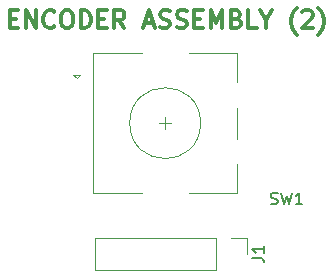
<source format=gbr>
G04 #@! TF.GenerationSoftware,KiCad,Pcbnew,(5.0.0-3-g5ebb6b6)*
G04 #@! TF.CreationDate,2019-05-02T12:54:19+02:00*
G04 #@! TF.ProjectId,Encoder assembly 2,456E636F64657220617373656D626C79,rev?*
G04 #@! TF.SameCoordinates,Original*
G04 #@! TF.FileFunction,Legend,Top*
G04 #@! TF.FilePolarity,Positive*
%FSLAX46Y46*%
G04 Gerber Fmt 4.6, Leading zero omitted, Abs format (unit mm)*
G04 Created by KiCad (PCBNEW (5.0.0-3-g5ebb6b6)) date Thursday, 02 May 2019 at 12:54:19*
%MOMM*%
%LPD*%
G01*
G04 APERTURE LIST*
%ADD10C,0.300000*%
%ADD11C,0.120000*%
%ADD12C,0.150000*%
G04 APERTURE END LIST*
D10*
X113614285Y-73792857D02*
X114114285Y-73792857D01*
X114328571Y-74578571D02*
X113614285Y-74578571D01*
X113614285Y-73078571D01*
X114328571Y-73078571D01*
X114971428Y-74578571D02*
X114971428Y-73078571D01*
X115828571Y-74578571D01*
X115828571Y-73078571D01*
X117400000Y-74435714D02*
X117328571Y-74507142D01*
X117114285Y-74578571D01*
X116971428Y-74578571D01*
X116757142Y-74507142D01*
X116614285Y-74364285D01*
X116542857Y-74221428D01*
X116471428Y-73935714D01*
X116471428Y-73721428D01*
X116542857Y-73435714D01*
X116614285Y-73292857D01*
X116757142Y-73150000D01*
X116971428Y-73078571D01*
X117114285Y-73078571D01*
X117328571Y-73150000D01*
X117400000Y-73221428D01*
X118328571Y-73078571D02*
X118614285Y-73078571D01*
X118757142Y-73150000D01*
X118900000Y-73292857D01*
X118971428Y-73578571D01*
X118971428Y-74078571D01*
X118900000Y-74364285D01*
X118757142Y-74507142D01*
X118614285Y-74578571D01*
X118328571Y-74578571D01*
X118185714Y-74507142D01*
X118042857Y-74364285D01*
X117971428Y-74078571D01*
X117971428Y-73578571D01*
X118042857Y-73292857D01*
X118185714Y-73150000D01*
X118328571Y-73078571D01*
X119614285Y-74578571D02*
X119614285Y-73078571D01*
X119971428Y-73078571D01*
X120185714Y-73150000D01*
X120328571Y-73292857D01*
X120400000Y-73435714D01*
X120471428Y-73721428D01*
X120471428Y-73935714D01*
X120400000Y-74221428D01*
X120328571Y-74364285D01*
X120185714Y-74507142D01*
X119971428Y-74578571D01*
X119614285Y-74578571D01*
X121114285Y-73792857D02*
X121614285Y-73792857D01*
X121828571Y-74578571D02*
X121114285Y-74578571D01*
X121114285Y-73078571D01*
X121828571Y-73078571D01*
X123328571Y-74578571D02*
X122828571Y-73864285D01*
X122471428Y-74578571D02*
X122471428Y-73078571D01*
X123042857Y-73078571D01*
X123185714Y-73150000D01*
X123257142Y-73221428D01*
X123328571Y-73364285D01*
X123328571Y-73578571D01*
X123257142Y-73721428D01*
X123185714Y-73792857D01*
X123042857Y-73864285D01*
X122471428Y-73864285D01*
X125042857Y-74150000D02*
X125757142Y-74150000D01*
X124900000Y-74578571D02*
X125400000Y-73078571D01*
X125900000Y-74578571D01*
X126328571Y-74507142D02*
X126542857Y-74578571D01*
X126900000Y-74578571D01*
X127042857Y-74507142D01*
X127114285Y-74435714D01*
X127185714Y-74292857D01*
X127185714Y-74150000D01*
X127114285Y-74007142D01*
X127042857Y-73935714D01*
X126900000Y-73864285D01*
X126614285Y-73792857D01*
X126471428Y-73721428D01*
X126400000Y-73650000D01*
X126328571Y-73507142D01*
X126328571Y-73364285D01*
X126400000Y-73221428D01*
X126471428Y-73150000D01*
X126614285Y-73078571D01*
X126971428Y-73078571D01*
X127185714Y-73150000D01*
X127757142Y-74507142D02*
X127971428Y-74578571D01*
X128328571Y-74578571D01*
X128471428Y-74507142D01*
X128542857Y-74435714D01*
X128614285Y-74292857D01*
X128614285Y-74150000D01*
X128542857Y-74007142D01*
X128471428Y-73935714D01*
X128328571Y-73864285D01*
X128042857Y-73792857D01*
X127900000Y-73721428D01*
X127828571Y-73650000D01*
X127757142Y-73507142D01*
X127757142Y-73364285D01*
X127828571Y-73221428D01*
X127900000Y-73150000D01*
X128042857Y-73078571D01*
X128400000Y-73078571D01*
X128614285Y-73150000D01*
X129257142Y-73792857D02*
X129757142Y-73792857D01*
X129971428Y-74578571D02*
X129257142Y-74578571D01*
X129257142Y-73078571D01*
X129971428Y-73078571D01*
X130614285Y-74578571D02*
X130614285Y-73078571D01*
X131114285Y-74150000D01*
X131614285Y-73078571D01*
X131614285Y-74578571D01*
X132828571Y-73792857D02*
X133042857Y-73864285D01*
X133114285Y-73935714D01*
X133185714Y-74078571D01*
X133185714Y-74292857D01*
X133114285Y-74435714D01*
X133042857Y-74507142D01*
X132900000Y-74578571D01*
X132328571Y-74578571D01*
X132328571Y-73078571D01*
X132828571Y-73078571D01*
X132971428Y-73150000D01*
X133042857Y-73221428D01*
X133114285Y-73364285D01*
X133114285Y-73507142D01*
X133042857Y-73650000D01*
X132971428Y-73721428D01*
X132828571Y-73792857D01*
X132328571Y-73792857D01*
X134542857Y-74578571D02*
X133828571Y-74578571D01*
X133828571Y-73078571D01*
X135328571Y-73864285D02*
X135328571Y-74578571D01*
X134828571Y-73078571D02*
X135328571Y-73864285D01*
X135828571Y-73078571D01*
X137900000Y-75150000D02*
X137828571Y-75078571D01*
X137685714Y-74864285D01*
X137614285Y-74721428D01*
X137542857Y-74507142D01*
X137471428Y-74150000D01*
X137471428Y-73864285D01*
X137542857Y-73507142D01*
X137614285Y-73292857D01*
X137685714Y-73150000D01*
X137828571Y-72935714D01*
X137900000Y-72864285D01*
X138400000Y-73221428D02*
X138471428Y-73150000D01*
X138614285Y-73078571D01*
X138971428Y-73078571D01*
X139114285Y-73150000D01*
X139185714Y-73221428D01*
X139257142Y-73364285D01*
X139257142Y-73507142D01*
X139185714Y-73721428D01*
X138328571Y-74578571D01*
X139257142Y-74578571D01*
X139757142Y-75150000D02*
X139828571Y-75078571D01*
X139971428Y-74864285D01*
X140042857Y-74721428D01*
X140114285Y-74507142D01*
X140185714Y-74150000D01*
X140185714Y-73864285D01*
X140114285Y-73507142D01*
X140042857Y-73292857D01*
X139971428Y-73150000D01*
X139828571Y-72935714D01*
X139757142Y-72864285D01*
D11*
G04 #@! TO.C,J1*
X120870000Y-92370000D02*
X120870000Y-95030000D01*
X131090000Y-92370000D02*
X120870000Y-92370000D01*
X131090000Y-95030000D02*
X120870000Y-95030000D01*
X131090000Y-92370000D02*
X131090000Y-95030000D01*
X132360000Y-92370000D02*
X133690000Y-92370000D01*
X133690000Y-92370000D02*
X133690000Y-93700000D01*
G04 #@! TO.C,SW1*
X126275001Y-82625001D02*
X127275001Y-82625001D01*
X126775001Y-82125001D02*
X126775001Y-83125001D01*
X132875001Y-86125001D02*
X132875001Y-88525001D01*
X132875001Y-81325001D02*
X132875001Y-83925001D01*
X132875001Y-76725001D02*
X132875001Y-79125001D01*
X119575001Y-78525001D02*
X119275001Y-78825001D01*
X118975001Y-78525001D02*
X119575001Y-78525001D01*
X119275001Y-78825001D02*
X118975001Y-78525001D01*
X120675001Y-76725001D02*
X120675001Y-88525001D01*
X124775001Y-76725001D02*
X120675001Y-76725001D01*
X124775001Y-88525001D02*
X120675001Y-88525001D01*
X132875001Y-88525001D02*
X128775001Y-88525001D01*
X128775001Y-76725001D02*
X132875001Y-76725001D01*
X129775001Y-82625001D02*
G75*
G03X129775001Y-82625001I-3000000J0D01*
G01*
G04 #@! TO.C,J1*
D12*
X134142380Y-94033333D02*
X134856666Y-94033333D01*
X134999523Y-94080952D01*
X135094761Y-94176190D01*
X135142380Y-94319047D01*
X135142380Y-94414285D01*
X135142380Y-93033333D02*
X135142380Y-93604761D01*
X135142380Y-93319047D02*
X134142380Y-93319047D01*
X134285238Y-93414285D01*
X134380476Y-93509523D01*
X134428095Y-93604761D01*
G04 #@! TO.C,SW1*
X135716666Y-89454761D02*
X135859523Y-89502380D01*
X136097619Y-89502380D01*
X136192857Y-89454761D01*
X136240476Y-89407142D01*
X136288095Y-89311904D01*
X136288095Y-89216666D01*
X136240476Y-89121428D01*
X136192857Y-89073809D01*
X136097619Y-89026190D01*
X135907142Y-88978571D01*
X135811904Y-88930952D01*
X135764285Y-88883333D01*
X135716666Y-88788095D01*
X135716666Y-88692857D01*
X135764285Y-88597619D01*
X135811904Y-88550000D01*
X135907142Y-88502380D01*
X136145238Y-88502380D01*
X136288095Y-88550000D01*
X136621428Y-88502380D02*
X136859523Y-89502380D01*
X137050000Y-88788095D01*
X137240476Y-89502380D01*
X137478571Y-88502380D01*
X138383333Y-89502380D02*
X137811904Y-89502380D01*
X138097619Y-89502380D02*
X138097619Y-88502380D01*
X138002380Y-88645238D01*
X137907142Y-88740476D01*
X137811904Y-88788095D01*
G04 #@! TD*
M02*

</source>
